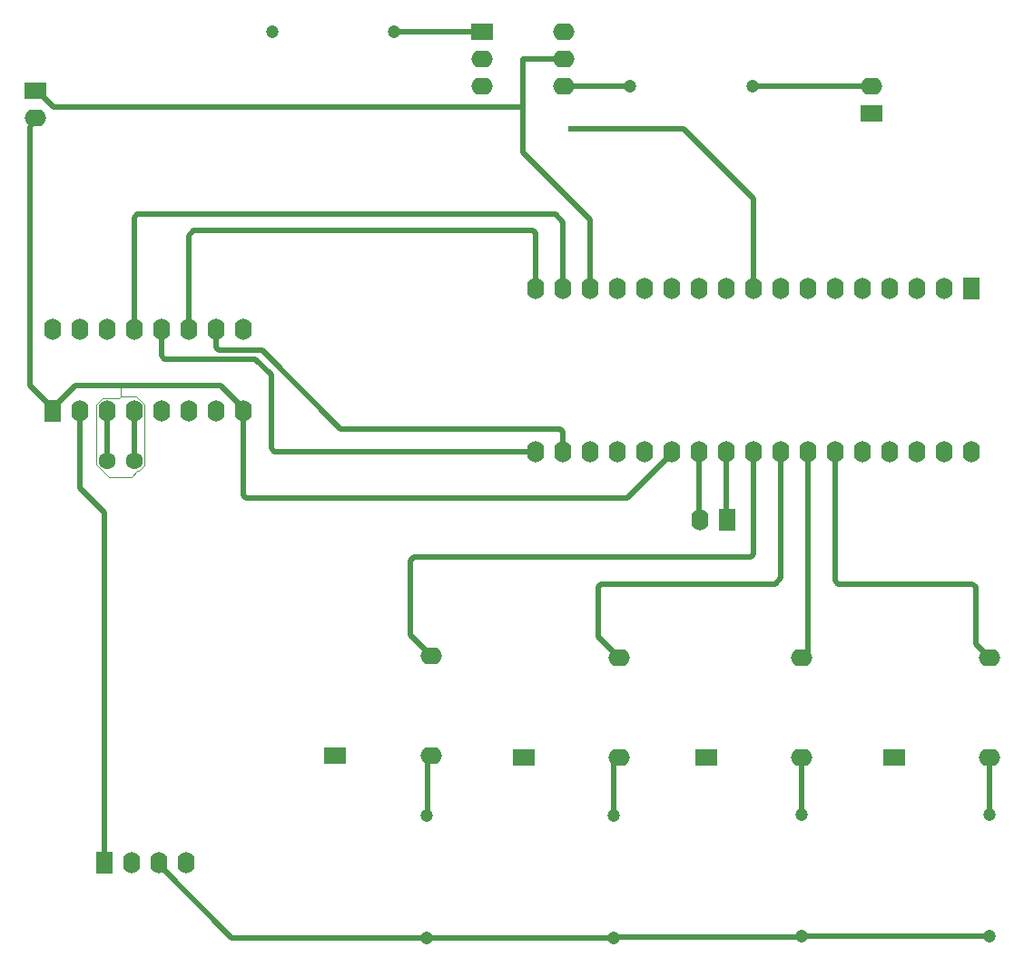
<source format=gbr>
%TF.GenerationSoftware,Altium Limited,Altium Designer,21.8.1 (53)*%
G04 Layer_Physical_Order=1*
G04 Layer_Color=255*
%FSLAX26Y26*%
%MOIN*%
%TF.SameCoordinates,5B9076D9-9D05-4804-A52A-FD960459403A*%
%TF.FilePolarity,Positive*%
%TF.FileFunction,Copper,L1,Top,Signal*%
%TF.Part,Single*%
G01*
G75*
%TA.AperFunction,Conductor*%
%ADD10C,0.003937*%
%ADD11C,0.019685*%
%TA.AperFunction,ComponentPad*%
%ADD12O,0.078740X0.062992*%
%ADD13R,0.078740X0.062992*%
%ADD14R,0.062992X0.078740*%
%ADD15O,0.062992X0.078740*%
%ADD16C,0.047244*%
%ADD17C,0.062992*%
%TA.AperFunction,ViaPad*%
%ADD18C,0.023622*%
D10*
X481890Y1915216D02*
X527028Y1870079D01*
X631890Y1891732D02*
X636358D01*
X527028Y1870079D02*
X610236D01*
X631890Y1891732D01*
X481890Y1915216D02*
Y2137146D01*
X503799Y2159055D02*
X564567D01*
X570866Y2165354D01*
X481890Y2137146D02*
X503799Y2159055D01*
X636358Y1891732D02*
X658268Y1913642D01*
Y2135571D01*
X628484Y2165354D02*
X658268Y2135571D01*
X570866Y2165354D02*
X628484D01*
X570866D02*
Y2204724D01*
D11*
X936220D01*
X402362D02*
X570866D01*
X319291Y2121653D02*
X402362Y2204724D01*
X936220D02*
X1019291Y2121653D01*
Y2113780D02*
Y2121653D01*
X239745Y3159316D02*
Y3172816D01*
X236220Y3155791D02*
X239745Y3159316D01*
X236220Y2204724D02*
X319291Y2121653D01*
X236220Y2204724D02*
Y3155791D01*
X239745Y3172816D02*
X255905Y3188976D01*
X319291Y2113780D02*
Y2121653D01*
X2695276Y1714173D02*
X2696850Y1712598D01*
X2695276Y1714173D02*
Y1962205D01*
X2693701Y1963780D02*
X2695276Y1962205D01*
X2637795Y3149606D02*
X2893701Y2893701D01*
X2224409Y3149606D02*
X2637795D01*
X2893701Y2563780D02*
Y2893701D01*
X263779Y3288976D02*
X324409Y3228347D01*
X2047244D01*
Y3061243D02*
Y3228347D01*
Y3405512D01*
X255905Y3288976D02*
X263779D01*
X3708661Y1255906D02*
X3759843Y1204724D01*
X3070866D02*
X3093701Y1227559D01*
X2322835Y1283465D02*
X2401575Y1204724D01*
X1633858Y1287402D02*
X1708661Y1212599D01*
X1692914Y625984D02*
X1698187Y631257D01*
Y835982D01*
X1708661Y846457D01*
X3759843Y629921D02*
Y838583D01*
X3070866Y629921D02*
Y838583D01*
X2381890Y815053D02*
X2401575Y834738D01*
Y838583D01*
X2381890Y625984D02*
Y815053D01*
X520079Y1929921D02*
Y2112992D01*
Y1929921D02*
X520866Y1929134D01*
X620079Y1929921D02*
Y2112992D01*
Y1929921D02*
X620866Y1929134D01*
X3759843Y629921D02*
X3763780Y633858D01*
X3070866Y629921D02*
X3074803Y633858D01*
X2381890Y625984D02*
X2385827Y629921D01*
X1633858Y1287402D02*
Y1563272D01*
X619291Y2113780D02*
X620079Y2112992D01*
X519291Y2113780D02*
X520079Y2112992D01*
X3070866Y181102D02*
X3759843D01*
X2383858Y179134D02*
X3068898D01*
X3070866Y181102D01*
X2381890Y177165D02*
X2383858Y179134D01*
X1692914Y177165D02*
X2381890D01*
X976378D02*
X1692914D01*
X708661Y444882D02*
Y452756D01*
Y444882D02*
X976378Y177165D01*
X719291Y2314681D02*
X730823Y2303150D01*
X1090551Y2334646D02*
X1377953Y2047244D01*
X1062992Y2303150D02*
X1122047Y2244095D01*
X730823Y2303150D02*
X1062992D01*
X719291Y2314681D02*
Y2413780D01*
X919291Y2346177D02*
X930823Y2334646D01*
X919291Y2346177D02*
Y2413780D01*
X930823Y2334646D02*
X1090551D01*
X419291Y1828580D02*
X508661Y1739210D01*
Y452756D02*
Y1739210D01*
X619291Y2413780D02*
Y2823114D01*
X630823Y2834646D02*
X2165354D01*
X619291Y2823114D02*
X630823Y2834646D01*
X2165354D02*
X2193701Y2806299D01*
X2082169Y2775591D02*
X2093701Y2764059D01*
X819291Y2413780D02*
Y2756579D01*
X838303Y2775591D02*
X2082169D01*
X819291Y2756579D02*
X838303Y2775591D01*
X2093701Y2563780D02*
Y2764059D01*
X2047244Y3061243D02*
X2293701Y2814786D01*
Y2563780D02*
Y2814786D01*
X2193701Y2563780D02*
Y2806299D01*
X2182169Y2047244D02*
X2193701Y2035713D01*
Y1963780D02*
Y2035713D01*
X1377953Y2047244D02*
X2182169D01*
X1133579Y1963780D02*
X2093701D01*
X1122047Y1975311D02*
X1133579Y1963780D01*
X1122047Y1975311D02*
Y2244095D01*
X2593701Y1955906D02*
Y1963780D01*
X2429134Y1791339D02*
X2593701Y1955906D01*
X1030823Y1791339D02*
X2429134D01*
X1019291Y1802870D02*
Y2113780D01*
Y1802870D02*
X1030823Y1791339D01*
X2793701Y1715748D02*
X2796850Y1712598D01*
X2793701Y1715748D02*
Y1963780D01*
X3708661Y1255906D02*
Y1464847D01*
X3205232Y1476378D02*
X3697130D01*
X3708661Y1464847D01*
X3193701Y1487909D02*
X3205232Y1476378D01*
X3193701Y1487909D02*
Y1963780D01*
X3093701Y1227559D02*
Y1963780D01*
X2322835Y1283465D02*
Y1464847D01*
X2334366Y1476378D01*
X2972441D01*
X2993701Y1497638D02*
Y1963780D01*
X2972441Y1476378D02*
X2993701Y1497638D01*
X2893701Y1586334D02*
Y1963780D01*
X2882169Y1574803D02*
X2893701Y1586334D01*
X1645390Y1574803D02*
X2882169D01*
X1633858Y1563272D02*
X1645390Y1574803D01*
X419291Y1828580D02*
Y2113780D01*
X2440157Y3306299D02*
X2440945Y3307087D01*
X2197244Y3305512D02*
X2198032Y3306299D01*
X2440157D01*
X2047244Y3405512D02*
X2197244D01*
X2889764Y3307087D02*
X3326772D01*
X1574803Y3503937D02*
X1895669D01*
X1897244Y3505512D01*
D12*
X3070866Y838583D02*
D03*
Y1204724D02*
D03*
X3759843D02*
D03*
Y838583D02*
D03*
X2401575Y1204724D02*
D03*
Y838583D02*
D03*
X1708661Y1212599D02*
D03*
Y846457D02*
D03*
X255905Y3188976D02*
D03*
X1897244Y3405512D02*
D03*
Y3305512D02*
D03*
X2197244Y3505512D02*
D03*
Y3405512D02*
D03*
Y3305512D02*
D03*
X3326772Y3307087D02*
D03*
D13*
X2720472Y838583D02*
D03*
X3409449D02*
D03*
X2051181D02*
D03*
X1358268Y846457D02*
D03*
X255905Y3288976D02*
D03*
X1897244Y3505512D02*
D03*
X3326772Y3207087D02*
D03*
D14*
X2796850Y1712598D02*
D03*
X508661Y452756D02*
D03*
X319291Y2113780D02*
D03*
X3693701Y2563780D02*
D03*
D15*
X2696850Y1712598D02*
D03*
X808661Y452756D02*
D03*
X708661D02*
D03*
X608661D02*
D03*
X1019291Y2413780D02*
D03*
X919291D02*
D03*
X819291D02*
D03*
X719291D02*
D03*
X619291D02*
D03*
X519291D02*
D03*
X419291D02*
D03*
X319291D02*
D03*
X1019291Y2113780D02*
D03*
X919291D02*
D03*
X819291D02*
D03*
X719291D02*
D03*
X619291D02*
D03*
X519291D02*
D03*
X419291D02*
D03*
X2093701Y1963780D02*
D03*
X2193701D02*
D03*
X2293701D02*
D03*
X2393701D02*
D03*
X2493701D02*
D03*
X2593701D02*
D03*
X2693701D02*
D03*
X2793701D02*
D03*
X2893701D02*
D03*
X2993701D02*
D03*
X3093701D02*
D03*
X3193701D02*
D03*
X3293701D02*
D03*
X3393701D02*
D03*
X3493701D02*
D03*
X3593701D02*
D03*
X3693701D02*
D03*
X2093701Y2563780D02*
D03*
X2193701D02*
D03*
X2293701D02*
D03*
X2393701D02*
D03*
X2493701D02*
D03*
X2593701D02*
D03*
X2693701D02*
D03*
X2793701D02*
D03*
X2893701D02*
D03*
X2993701D02*
D03*
X3093701D02*
D03*
X3193701D02*
D03*
X3293701D02*
D03*
X3393701D02*
D03*
X3493701D02*
D03*
X3593701D02*
D03*
D16*
X3759843Y181102D02*
D03*
Y629921D02*
D03*
X3070866Y181102D02*
D03*
Y629921D02*
D03*
X2381890Y177165D02*
D03*
Y625984D02*
D03*
X1692914Y177165D02*
D03*
Y625984D02*
D03*
X1574803Y3503937D02*
D03*
X1125984D02*
D03*
X2889764Y3307087D02*
D03*
X2440945D02*
D03*
D17*
X520866Y1929134D02*
D03*
X620866D02*
D03*
D18*
X2224409Y3149606D02*
D03*
%TF.MD5,9baf1579f798713fba39bd3065ba89b7*%
M02*

</source>
